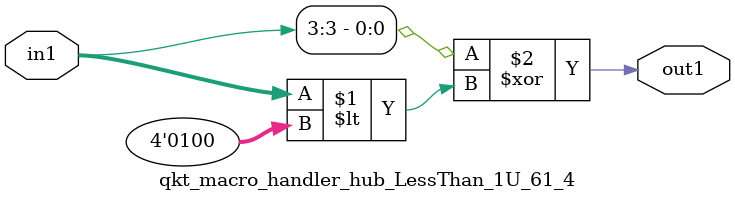
<source format=v>

`timescale 1ps / 1ps


module qkt_macro_handler_hub_LessThan_1U_61_4( in1, out1 );

    input [3:0] in1;
    output out1;

    
    // rtl_process:qkt_macro_handler_hub_LessThan_1U_61_4/qkt_macro_handler_hub_LessThan_1U_61_4_thread_1
    assign out1 = (in1[3] ^ in1 < 4'd04);

endmodule


</source>
